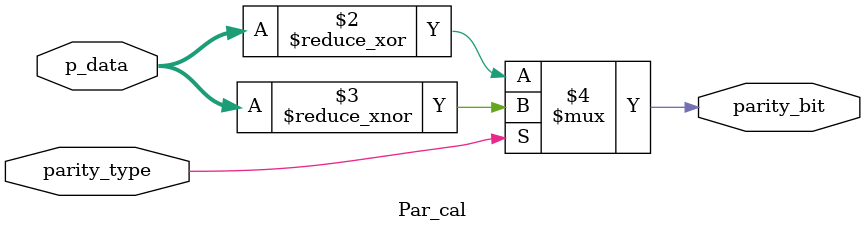
<source format=v>
module Par_cal(
input [7:0] p_data,
input parity_type ,

output parity_bit

);
assign parity_bit = (parity_type == 1'b0) ? ^p_data : ~^p_data;
endmodule 
</source>
